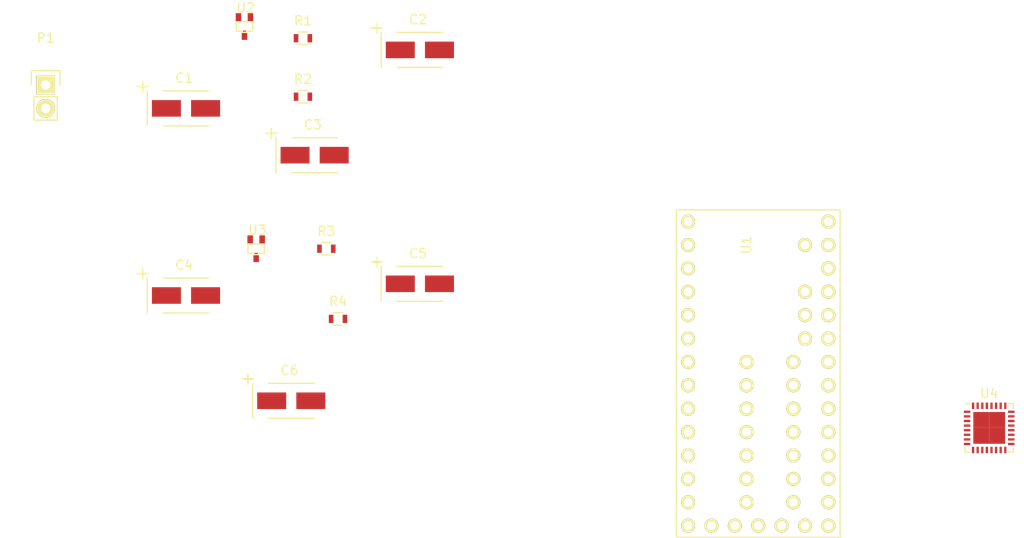
<source format=kicad_pcb>
(kicad_pcb (version 4) (host pcbnew 4.0.1-stable)

  (general
    (links 27)
    (no_connects 27)
    (area 0 0 0 0)
    (thickness 1.6)
    (drawings 0)
    (tracks 0)
    (zones 0)
    (modules 15)
    (nets 8)
  )

  (page A4)
  (layers
    (0 F.Cu signal)
    (31 B.Cu signal)
    (32 B.Adhes user)
    (33 F.Adhes user)
    (34 B.Paste user)
    (35 F.Paste user)
    (36 B.SilkS user)
    (37 F.SilkS user)
    (38 B.Mask user)
    (39 F.Mask user)
    (40 Dwgs.User user)
    (41 Cmts.User user)
    (42 Eco1.User user)
    (43 Eco2.User user)
    (44 Edge.Cuts user)
    (45 Margin user)
    (46 B.CrtYd user)
    (47 F.CrtYd user)
    (48 B.Fab user)
    (49 F.Fab user)
  )

  (setup
    (last_trace_width 0.25)
    (trace_clearance 0.2)
    (zone_clearance 0.508)
    (zone_45_only no)
    (trace_min 0.2)
    (segment_width 0.2)
    (edge_width 0.15)
    (via_size 0.6)
    (via_drill 0.4)
    (via_min_size 0.4)
    (via_min_drill 0.3)
    (uvia_size 0.3)
    (uvia_drill 0.1)
    (uvias_allowed no)
    (uvia_min_size 0.2)
    (uvia_min_drill 0.1)
    (pcb_text_width 0.3)
    (pcb_text_size 1.5 1.5)
    (mod_edge_width 0.15)
    (mod_text_size 1 1)
    (mod_text_width 0.15)
    (pad_size 1.524 1.524)
    (pad_drill 0.762)
    (pad_to_mask_clearance 0.2)
    (aux_axis_origin 0 0)
    (visible_elements 7FFFFFFF)
    (pcbplotparams
      (layerselection 0x00030_80000001)
      (usegerberextensions false)
      (excludeedgelayer true)
      (linewidth 0.100000)
      (plotframeref false)
      (viasonmask false)
      (mode 1)
      (useauxorigin false)
      (hpglpennumber 1)
      (hpglpenspeed 20)
      (hpglpendiameter 15)
      (hpglpenoverlay 2)
      (psnegative false)
      (psa4output false)
      (plotreference true)
      (plotvalue true)
      (plotinvisibletext false)
      (padsonsilk false)
      (subtractmaskfromsilk false)
      (outputformat 1)
      (mirror false)
      (drillshape 1)
      (scaleselection 1)
      (outputdirectory ""))
  )

  (net 0 "")
  (net 1 GND)
  (net 2 "Net-(C1-Pad1)")
  (net 3 "Net-(C2-Pad1)")
  (net 4 "Net-(C3-Pad1)")
  (net 5 "Net-(C5-Pad1)")
  (net 6 "Net-(C6-Pad1)")
  (net 7 "Net-(U1-Pad18)")

  (net_class Default "This is the default net class."
    (clearance 0.2)
    (trace_width 0.25)
    (via_dia 0.6)
    (via_drill 0.4)
    (uvia_dia 0.3)
    (uvia_drill 0.1)
    (add_net GND)
    (add_net "Net-(C1-Pad1)")
    (add_net "Net-(C2-Pad1)")
    (add_net "Net-(C3-Pad1)")
    (add_net "Net-(C5-Pad1)")
    (add_net "Net-(C6-Pad1)")
    (add_net "Net-(U1-Pad18)")
  )

  (module "teensy footprints:Teensy_3.2_Route" (layer F.Cu) (tedit 56862E46) (tstamp 56864271)
    (at 148.5011 105.0036)
    (path /56886ADE/56886AFB)
    (fp_text reference U1 (at -1.27 -13.97 90) (layer F.SilkS)
      (effects (font (size 1 1) (thickness 0.15)))
    )
    (fp_text value Teensy_3.2 (at -3.81 -10.16 90) (layer F.Fab)
      (effects (font (size 1 1) (thickness 0.15)))
    )
    (fp_line (start 8.89 -17.78) (end -8.89 -17.78) (layer F.SilkS) (width 0.15))
    (fp_line (start 8.89 17.78) (end 8.89 -17.78) (layer F.SilkS) (width 0.15))
    (fp_line (start -8.89 17.78) (end 8.89 17.78) (layer F.SilkS) (width 0.15))
    (fp_line (start -8.89 -17.78) (end -8.89 17.78) (layer F.SilkS) (width 0.15))
    (pad 1 thru_hole circle (at -7.62 -11.43) (size 1.524 1.524) (drill 0.9652) (layers *.Cu *.Mask F.SilkS))
    (pad 2 thru_hole circle (at -7.62 -8.89) (size 1.524 1.524) (drill 0.9652) (layers *.Cu *.Mask F.SilkS))
    (pad 3 thru_hole circle (at -7.62 -6.35) (size 1.524 1.524) (drill 0.9652) (layers *.Cu *.Mask F.SilkS))
    (pad 4 thru_hole circle (at -7.62 -3.81) (size 1.524 1.524) (drill 0.9652) (layers *.Cu *.Mask F.SilkS))
    (pad 5 thru_hole circle (at -7.62 -1.27) (size 1.524 1.524) (drill 0.9652) (layers *.Cu *.Mask F.SilkS))
    (pad 6 thru_hole circle (at -7.62 1.27) (size 1.524 1.524) (drill 0.9652) (layers *.Cu *.Mask F.SilkS))
    (pad 7 thru_hole circle (at -7.62 3.81) (size 1.524 1.524) (drill 0.9652) (layers *.Cu *.Mask F.SilkS))
    (pad 8 thru_hole circle (at -7.62 6.35) (size 1.524 1.524) (drill 0.9652) (layers *.Cu *.Mask F.SilkS))
    (pad 9 thru_hole circle (at -7.62 8.89) (size 1.524 1.524) (drill 0.9652) (layers *.Cu *.Mask F.SilkS))
    (pad 10 thru_hole circle (at -7.62 11.43) (size 1.524 1.524) (drill 0.9652) (layers *.Cu *.Mask F.SilkS))
    (pad 11 thru_hole circle (at -7.62 13.97) (size 1.524 1.524) (drill 0.9652) (layers *.Cu *.Mask F.SilkS))
    (pad 12 thru_hole circle (at -7.62 16.51) (size 1.524 1.524) (drill 0.9652) (layers *.Cu *.Mask F.SilkS))
    (pad 0 thru_hole circle (at -7.62 -13.97) (size 1.524 1.524) (drill 0.9652) (layers *.Cu *.Mask F.SilkS))
    (pad 13 thru_hole circle (at 7.62 16.51) (size 1.524 1.524) (drill 0.9652) (layers *.Cu *.Mask F.SilkS))
    (pad 14 thru_hole circle (at 7.62 13.97) (size 1.524 1.524) (drill 0.9652) (layers *.Cu *.Mask F.SilkS))
    (pad 15 thru_hole circle (at 7.62 11.43) (size 1.524 1.524) (drill 0.9652) (layers *.Cu *.Mask F.SilkS))
    (pad 16 thru_hole circle (at 7.62 8.89) (size 1.524 1.524) (drill 0.9652) (layers *.Cu *.Mask F.SilkS))
    (pad 17 thru_hole circle (at 7.62 6.35) (size 1.524 1.524) (drill 0.9652) (layers *.Cu *.Mask F.SilkS))
    (pad 18 thru_hole circle (at 7.62 3.81) (size 1.524 1.524) (drill 0.9652) (layers *.Cu *.Mask F.SilkS)
      (net 7 "Net-(U1-Pad18)"))
    (pad 19 thru_hole circle (at 7.62 1.27) (size 1.524 1.524) (drill 0.9652) (layers *.Cu *.Mask F.SilkS))
    (pad 20 thru_hole circle (at 7.62 -1.27) (size 1.524 1.524) (drill 0.9652) (layers *.Cu *.Mask F.SilkS))
    (pad 21 thru_hole circle (at 7.62 -3.81) (size 1.524 1.524) (drill 0.9652) (layers *.Cu *.Mask F.SilkS))
    (pad 22 thru_hole circle (at 7.62 -6.35) (size 1.524 1.524) (drill 0.9652) (layers *.Cu *.Mask F.SilkS))
    (pad 23 thru_hole circle (at 7.62 -8.89) (size 1.524 1.524) (drill 0.9652) (layers *.Cu *.Mask F.SilkS))
    (pad 24 thru_hole circle (at -1.27 3.81) (size 1.524 1.524) (drill 0.9652) (layers *.Cu *.Mask F.SilkS))
    (pad 25 thru_hole circle (at -1.27 6.35) (size 1.524 1.524) (drill 0.9652) (layers *.Cu *.Mask F.SilkS))
    (pad 26 thru_hole circle (at -1.27 8.89) (size 1.524 1.524) (drill 0.9652) (layers *.Cu *.Mask F.SilkS))
    (pad 27 thru_hole circle (at -1.27 11.43) (size 1.524 1.524) (drill 0.9652) (layers *.Cu *.Mask F.SilkS))
    (pad 28 thru_hole circle (at -1.27 13.97) (size 1.524 1.524) (drill 0.9652) (layers *.Cu *.Mask F.SilkS))
    (pad 29 thru_hole circle (at 3.81 13.97) (size 1.524 1.524) (drill 0.9652) (layers *.Cu *.Mask F.SilkS))
    (pad 30 thru_hole circle (at 3.81 11.43) (size 1.524 1.524) (drill 0.9652) (layers *.Cu *.Mask F.SilkS))
    (pad 31 thru_hole circle (at 3.81 8.89) (size 1.524 1.524) (drill 0.9652) (layers *.Cu *.Mask F.SilkS))
    (pad 32 thru_hole circle (at 3.81 6.35) (size 1.524 1.524) (drill 0.9652) (layers *.Cu *.Mask F.SilkS))
    (pad 33 thru_hole circle (at 3.81 3.81) (size 1.524 1.524) (drill 0.9652) (layers *.Cu *.Mask F.SilkS))
    (pad 34 thru_hole circle (at 7.62 -16.51) (size 1.524 1.524) (drill 0.9652) (layers *.Cu *.Mask F.SilkS)
      (net 3 "Net-(C2-Pad1)"))
    (pad 35 thru_hole circle (at 7.62 -13.97) (size 1.524 1.524) (drill 0.9652) (layers *.Cu *.Mask F.SilkS))
    (pad 36 thru_hole circle (at 7.62 -11.43) (size 1.524 1.524) (drill 0.9652) (layers *.Cu *.Mask F.SilkS))
    (pad 37 thru_hole circle (at 5.08 16.51) (size 1.524 1.524) (drill 0.9652) (layers *.Cu *.Mask F.SilkS))
    (pad 38 thru_hole circle (at 2.54 16.51) (size 1.524 1.524) (drill 0.9652) (layers *.Cu *.Mask F.SilkS))
    (pad 39 thru_hole circle (at 0 16.51) (size 1.524 1.524) (drill 0.9652) (layers *.Cu *.Mask F.SilkS)
      (net 1 GND))
    (pad 40 thru_hole circle (at -2.54 16.51) (size 1.524 1.524) (drill 0.9652) (layers *.Cu *.Mask F.SilkS))
    (pad 41 thru_hole circle (at -5.08 16.51) (size 1.524 1.524) (drill 0.9652) (layers *.Cu *.Mask F.SilkS))
    (pad 42 thru_hole circle (at -7.62 -16.51) (size 1.524 1.524) (drill 0.9652) (layers *.Cu *.Mask F.SilkS)
      (net 1 GND))
    (pad 43 thru_hole circle (at 3.81 1.27) (size 1.524 1.524) (drill 0.9652) (layers *.Cu *.Mask F.SilkS))
    (pad 44 thru_hole circle (at 5.08 -6.35) (size 1.524 1.524) (drill 0.9652) (layers *.Cu *.Mask F.SilkS))
    (pad 45 thru_hole circle (at 5.08 -3.81) (size 1.524 1.524) (drill 0.9652) (layers *.Cu *.Mask F.SilkS))
    (pad 46 thru_hole circle (at -1.27 -1.27) (size 1.524 1.524) (drill 0.9652) (layers *.Cu *.Mask F.SilkS))
    (pad 47 thru_hole circle (at 3.81 -1.27) (size 1.524 1.524) (drill 0.9652) (layers *.Cu *.Mask F.SilkS))
    (pad 48 thru_hole circle (at 5.08 -8.89) (size 1.524 1.524) (drill 0.9652) (layers *.Cu *.Mask F.SilkS))
    (pad 49 thru_hole circle (at 5.08 -13.97) (size 1.524 1.524) (drill 0.9652) (layers *.Cu *.Mask F.SilkS))
    (pad 50 thru_hole circle (at -1.27 1.27) (size 1.524 1.524) (drill 0.9652) (layers *.Cu *.Mask F.SilkS)
      (net 1 GND))
  )

  (module Capacitors_Tantalum_SMD:TantalC_SizeB_EIA-3528_HandSoldering (layer F.Cu) (tedit 0) (tstamp 56864305)
    (at 86.36 76.2)
    (descr "Tantal Cap. , Size B, EIA-3528, Hand Soldering,")
    (tags "Tantal Cap. , Size B, EIA-3528, Hand Soldering,")
    (path /56886ADE/56887B40)
    (attr smd)
    (fp_text reference C1 (at -0.20066 -3.29946) (layer F.SilkS)
      (effects (font (size 1 1) (thickness 0.15)))
    )
    (fp_text value 10u (at -0.09906 3.59918) (layer F.Fab)
      (effects (font (size 1 1) (thickness 0.15)))
    )
    (fp_text user + (at -4.70154 -2.4003) (layer F.SilkS)
      (effects (font (size 1 1) (thickness 0.15)))
    )
    (fp_line (start -4.20116 -1.89992) (end -4.20116 1.89992) (layer F.SilkS) (width 0.15))
    (fp_line (start 2.49936 -1.89992) (end -2.49936 -1.89992) (layer F.SilkS) (width 0.15))
    (fp_line (start 2.49682 1.89992) (end -2.5019 1.89992) (layer F.SilkS) (width 0.15))
    (fp_line (start -4.70408 -2.90322) (end -4.70408 -1.8034) (layer F.SilkS) (width 0.15))
    (fp_line (start -5.30352 -2.40284) (end -4.10464 -2.40284) (layer F.SilkS) (width 0.15))
    (pad 2 smd rect (at 2.12598 0) (size 3.1496 1.80086) (layers F.Cu F.Paste F.Mask)
      (net 1 GND))
    (pad 1 smd rect (at -2.12598 0) (size 3.1496 1.80086) (layers F.Cu F.Paste F.Mask)
      (net 2 "Net-(C1-Pad1)"))
    (model Capacitors_Tantalum_SMD.3dshapes/TantalC_SizeB_EIA-3528_HandSoldering.wrl
      (at (xyz 0 0 0))
      (scale (xyz 1 1 1))
      (rotate (xyz 0 0 180))
    )
  )

  (module Capacitors_Tantalum_SMD:TantalC_SizeB_EIA-3528_HandSoldering (layer F.Cu) (tedit 0) (tstamp 5686430B)
    (at 111.76 69.85)
    (descr "Tantal Cap. , Size B, EIA-3528, Hand Soldering,")
    (tags "Tantal Cap. , Size B, EIA-3528, Hand Soldering,")
    (path /56886ADE/56887A60)
    (attr smd)
    (fp_text reference C2 (at -0.20066 -3.29946) (layer F.SilkS)
      (effects (font (size 1 1) (thickness 0.15)))
    )
    (fp_text value 10u (at -0.09906 3.59918) (layer F.Fab)
      (effects (font (size 1 1) (thickness 0.15)))
    )
    (fp_text user + (at -4.70154 -2.4003) (layer F.SilkS)
      (effects (font (size 1 1) (thickness 0.15)))
    )
    (fp_line (start -4.20116 -1.89992) (end -4.20116 1.89992) (layer F.SilkS) (width 0.15))
    (fp_line (start 2.49936 -1.89992) (end -2.49936 -1.89992) (layer F.SilkS) (width 0.15))
    (fp_line (start 2.49682 1.89992) (end -2.5019 1.89992) (layer F.SilkS) (width 0.15))
    (fp_line (start -4.70408 -2.90322) (end -4.70408 -1.8034) (layer F.SilkS) (width 0.15))
    (fp_line (start -5.30352 -2.40284) (end -4.10464 -2.40284) (layer F.SilkS) (width 0.15))
    (pad 2 smd rect (at 2.12598 0) (size 3.1496 1.80086) (layers F.Cu F.Paste F.Mask)
      (net 1 GND))
    (pad 1 smd rect (at -2.12598 0) (size 3.1496 1.80086) (layers F.Cu F.Paste F.Mask)
      (net 3 "Net-(C2-Pad1)"))
    (model Capacitors_Tantalum_SMD.3dshapes/TantalC_SizeB_EIA-3528_HandSoldering.wrl
      (at (xyz 0 0 0))
      (scale (xyz 1 1 1))
      (rotate (xyz 0 0 180))
    )
  )

  (module Capacitors_Tantalum_SMD:TantalC_SizeB_EIA-3528_HandSoldering (layer F.Cu) (tedit 0) (tstamp 56864311)
    (at 100.33 81.28)
    (descr "Tantal Cap. , Size B, EIA-3528, Hand Soldering,")
    (tags "Tantal Cap. , Size B, EIA-3528, Hand Soldering,")
    (path /56886ADE/56887CBC)
    (attr smd)
    (fp_text reference C3 (at -0.20066 -3.29946) (layer F.SilkS)
      (effects (font (size 1 1) (thickness 0.15)))
    )
    (fp_text value 10u (at -0.09906 3.59918) (layer F.Fab)
      (effects (font (size 1 1) (thickness 0.15)))
    )
    (fp_text user + (at -4.70154 -2.4003) (layer F.SilkS)
      (effects (font (size 1 1) (thickness 0.15)))
    )
    (fp_line (start -4.20116 -1.89992) (end -4.20116 1.89992) (layer F.SilkS) (width 0.15))
    (fp_line (start 2.49936 -1.89992) (end -2.49936 -1.89992) (layer F.SilkS) (width 0.15))
    (fp_line (start 2.49682 1.89992) (end -2.5019 1.89992) (layer F.SilkS) (width 0.15))
    (fp_line (start -4.70408 -2.90322) (end -4.70408 -1.8034) (layer F.SilkS) (width 0.15))
    (fp_line (start -5.30352 -2.40284) (end -4.10464 -2.40284) (layer F.SilkS) (width 0.15))
    (pad 2 smd rect (at 2.12598 0) (size 3.1496 1.80086) (layers F.Cu F.Paste F.Mask)
      (net 1 GND))
    (pad 1 smd rect (at -2.12598 0) (size 3.1496 1.80086) (layers F.Cu F.Paste F.Mask)
      (net 4 "Net-(C3-Pad1)"))
    (model Capacitors_Tantalum_SMD.3dshapes/TantalC_SizeB_EIA-3528_HandSoldering.wrl
      (at (xyz 0 0 0))
      (scale (xyz 1 1 1))
      (rotate (xyz 0 0 180))
    )
  )

  (module Capacitors_Tantalum_SMD:TantalC_SizeB_EIA-3528_HandSoldering (layer F.Cu) (tedit 0) (tstamp 56864317)
    (at 86.36 96.52)
    (descr "Tantal Cap. , Size B, EIA-3528, Hand Soldering,")
    (tags "Tantal Cap. , Size B, EIA-3528, Hand Soldering,")
    (path /56886ADE/56887BDF)
    (attr smd)
    (fp_text reference C4 (at -0.20066 -3.29946) (layer F.SilkS)
      (effects (font (size 1 1) (thickness 0.15)))
    )
    (fp_text value 10u (at -0.09906 3.59918) (layer F.Fab)
      (effects (font (size 1 1) (thickness 0.15)))
    )
    (fp_text user + (at -4.70154 -2.4003) (layer F.SilkS)
      (effects (font (size 1 1) (thickness 0.15)))
    )
    (fp_line (start -4.20116 -1.89992) (end -4.20116 1.89992) (layer F.SilkS) (width 0.15))
    (fp_line (start 2.49936 -1.89992) (end -2.49936 -1.89992) (layer F.SilkS) (width 0.15))
    (fp_line (start 2.49682 1.89992) (end -2.5019 1.89992) (layer F.SilkS) (width 0.15))
    (fp_line (start -4.70408 -2.90322) (end -4.70408 -1.8034) (layer F.SilkS) (width 0.15))
    (fp_line (start -5.30352 -2.40284) (end -4.10464 -2.40284) (layer F.SilkS) (width 0.15))
    (pad 2 smd rect (at 2.12598 0) (size 3.1496 1.80086) (layers F.Cu F.Paste F.Mask)
      (net 1 GND))
    (pad 1 smd rect (at -2.12598 0) (size 3.1496 1.80086) (layers F.Cu F.Paste F.Mask)
      (net 2 "Net-(C1-Pad1)"))
    (model Capacitors_Tantalum_SMD.3dshapes/TantalC_SizeB_EIA-3528_HandSoldering.wrl
      (at (xyz 0 0 0))
      (scale (xyz 1 1 1))
      (rotate (xyz 0 0 180))
    )
  )

  (module Capacitors_Tantalum_SMD:TantalC_SizeB_EIA-3528_HandSoldering (layer F.Cu) (tedit 0) (tstamp 5686431D)
    (at 111.76 95.25)
    (descr "Tantal Cap. , Size B, EIA-3528, Hand Soldering,")
    (tags "Tantal Cap. , Size B, EIA-3528, Hand Soldering,")
    (path /56886ADE/56887ACC)
    (attr smd)
    (fp_text reference C5 (at -0.20066 -3.29946) (layer F.SilkS)
      (effects (font (size 1 1) (thickness 0.15)))
    )
    (fp_text value 10u (at -0.09906 3.59918) (layer F.Fab)
      (effects (font (size 1 1) (thickness 0.15)))
    )
    (fp_text user + (at -4.70154 -2.4003) (layer F.SilkS)
      (effects (font (size 1 1) (thickness 0.15)))
    )
    (fp_line (start -4.20116 -1.89992) (end -4.20116 1.89992) (layer F.SilkS) (width 0.15))
    (fp_line (start 2.49936 -1.89992) (end -2.49936 -1.89992) (layer F.SilkS) (width 0.15))
    (fp_line (start 2.49682 1.89992) (end -2.5019 1.89992) (layer F.SilkS) (width 0.15))
    (fp_line (start -4.70408 -2.90322) (end -4.70408 -1.8034) (layer F.SilkS) (width 0.15))
    (fp_line (start -5.30352 -2.40284) (end -4.10464 -2.40284) (layer F.SilkS) (width 0.15))
    (pad 2 smd rect (at 2.12598 0) (size 3.1496 1.80086) (layers F.Cu F.Paste F.Mask)
      (net 1 GND))
    (pad 1 smd rect (at -2.12598 0) (size 3.1496 1.80086) (layers F.Cu F.Paste F.Mask)
      (net 5 "Net-(C5-Pad1)"))
    (model Capacitors_Tantalum_SMD.3dshapes/TantalC_SizeB_EIA-3528_HandSoldering.wrl
      (at (xyz 0 0 0))
      (scale (xyz 1 1 1))
      (rotate (xyz 0 0 180))
    )
  )

  (module Capacitors_Tantalum_SMD:TantalC_SizeB_EIA-3528_HandSoldering (layer F.Cu) (tedit 0) (tstamp 56864323)
    (at 97.79 107.95)
    (descr "Tantal Cap. , Size B, EIA-3528, Hand Soldering,")
    (tags "Tantal Cap. , Size B, EIA-3528, Hand Soldering,")
    (path /56886ADE/56887C61)
    (attr smd)
    (fp_text reference C6 (at -0.20066 -3.29946) (layer F.SilkS)
      (effects (font (size 1 1) (thickness 0.15)))
    )
    (fp_text value 10u (at -0.09906 3.59918) (layer F.Fab)
      (effects (font (size 1 1) (thickness 0.15)))
    )
    (fp_text user + (at -4.70154 -2.4003) (layer F.SilkS)
      (effects (font (size 1 1) (thickness 0.15)))
    )
    (fp_line (start -4.20116 -1.89992) (end -4.20116 1.89992) (layer F.SilkS) (width 0.15))
    (fp_line (start 2.49936 -1.89992) (end -2.49936 -1.89992) (layer F.SilkS) (width 0.15))
    (fp_line (start 2.49682 1.89992) (end -2.5019 1.89992) (layer F.SilkS) (width 0.15))
    (fp_line (start -4.70408 -2.90322) (end -4.70408 -1.8034) (layer F.SilkS) (width 0.15))
    (fp_line (start -5.30352 -2.40284) (end -4.10464 -2.40284) (layer F.SilkS) (width 0.15))
    (pad 2 smd rect (at 2.12598 0) (size 3.1496 1.80086) (layers F.Cu F.Paste F.Mask)
      (net 1 GND))
    (pad 1 smd rect (at -2.12598 0) (size 3.1496 1.80086) (layers F.Cu F.Paste F.Mask)
      (net 6 "Net-(C6-Pad1)"))
    (model Capacitors_Tantalum_SMD.3dshapes/TantalC_SizeB_EIA-3528_HandSoldering.wrl
      (at (xyz 0 0 0))
      (scale (xyz 1 1 1))
      (rotate (xyz 0 0 180))
    )
  )

  (module Pin_Headers:Pin_Header_Straight_1x02 (layer F.Cu) (tedit 54EA090C) (tstamp 56864329)
    (at 71.12 73.66)
    (descr "Through hole pin header")
    (tags "pin header")
    (path /56886ADE/56886EEF)
    (fp_text reference P1 (at 0 -5.1) (layer F.SilkS)
      (effects (font (size 1 1) (thickness 0.15)))
    )
    (fp_text value CONN_01X02 (at 0 -3.1) (layer F.Fab)
      (effects (font (size 1 1) (thickness 0.15)))
    )
    (fp_line (start 1.27 1.27) (end 1.27 3.81) (layer F.SilkS) (width 0.15))
    (fp_line (start 1.55 -1.55) (end 1.55 0) (layer F.SilkS) (width 0.15))
    (fp_line (start -1.75 -1.75) (end -1.75 4.3) (layer F.CrtYd) (width 0.05))
    (fp_line (start 1.75 -1.75) (end 1.75 4.3) (layer F.CrtYd) (width 0.05))
    (fp_line (start -1.75 -1.75) (end 1.75 -1.75) (layer F.CrtYd) (width 0.05))
    (fp_line (start -1.75 4.3) (end 1.75 4.3) (layer F.CrtYd) (width 0.05))
    (fp_line (start 1.27 1.27) (end -1.27 1.27) (layer F.SilkS) (width 0.15))
    (fp_line (start -1.55 0) (end -1.55 -1.55) (layer F.SilkS) (width 0.15))
    (fp_line (start -1.55 -1.55) (end 1.55 -1.55) (layer F.SilkS) (width 0.15))
    (fp_line (start -1.27 1.27) (end -1.27 3.81) (layer F.SilkS) (width 0.15))
    (fp_line (start -1.27 3.81) (end 1.27 3.81) (layer F.SilkS) (width 0.15))
    (pad 1 thru_hole rect (at 0 0) (size 2.032 2.032) (drill 1.016) (layers *.Cu *.Mask F.SilkS)
      (net 2 "Net-(C1-Pad1)"))
    (pad 2 thru_hole oval (at 0 2.54) (size 2.032 2.032) (drill 1.016) (layers *.Cu *.Mask F.SilkS)
      (net 1 GND))
    (model Pin_Headers.3dshapes/Pin_Header_Straight_1x02.wrl
      (at (xyz 0 -0.05 0))
      (scale (xyz 1 1 1))
      (rotate (xyz 0 0 90))
    )
  )

  (module Resistors_SMD:R_0603 (layer F.Cu) (tedit 5415CC62) (tstamp 5686432F)
    (at 99.06 68.58)
    (descr "Resistor SMD 0603, reflow soldering, Vishay (see dcrcw.pdf)")
    (tags "resistor 0603")
    (path /56886ADE/568871A2)
    (attr smd)
    (fp_text reference R1 (at 0 -1.9) (layer F.SilkS)
      (effects (font (size 1 1) (thickness 0.15)))
    )
    (fp_text value 11.3K (at 0 1.9) (layer F.Fab)
      (effects (font (size 1 1) (thickness 0.15)))
    )
    (fp_line (start -1.3 -0.8) (end 1.3 -0.8) (layer F.CrtYd) (width 0.05))
    (fp_line (start -1.3 0.8) (end 1.3 0.8) (layer F.CrtYd) (width 0.05))
    (fp_line (start -1.3 -0.8) (end -1.3 0.8) (layer F.CrtYd) (width 0.05))
    (fp_line (start 1.3 -0.8) (end 1.3 0.8) (layer F.CrtYd) (width 0.05))
    (fp_line (start 0.5 0.675) (end -0.5 0.675) (layer F.SilkS) (width 0.15))
    (fp_line (start -0.5 -0.675) (end 0.5 -0.675) (layer F.SilkS) (width 0.15))
    (pad 1 smd rect (at -0.75 0) (size 0.5 0.9) (layers F.Cu F.Paste F.Mask)
      (net 3 "Net-(C2-Pad1)"))
    (pad 2 smd rect (at 0.75 0) (size 0.5 0.9) (layers F.Cu F.Paste F.Mask)
      (net 4 "Net-(C3-Pad1)"))
    (model Resistors_SMD.3dshapes/R_0603.wrl
      (at (xyz 0 0 0))
      (scale (xyz 1 1 1))
      (rotate (xyz 0 0 0))
    )
  )

  (module Resistors_SMD:R_0603 (layer F.Cu) (tedit 5415CC62) (tstamp 56864335)
    (at 99.06 74.93)
    (descr "Resistor SMD 0603, reflow soldering, Vishay (see dcrcw.pdf)")
    (tags "resistor 0603")
    (path /56886ADE/568870D8)
    (attr smd)
    (fp_text reference R2 (at 0 -1.9) (layer F.SilkS)
      (effects (font (size 1 1) (thickness 0.15)))
    )
    (fp_text value 34K (at 0 1.9) (layer F.Fab)
      (effects (font (size 1 1) (thickness 0.15)))
    )
    (fp_line (start -1.3 -0.8) (end 1.3 -0.8) (layer F.CrtYd) (width 0.05))
    (fp_line (start -1.3 0.8) (end 1.3 0.8) (layer F.CrtYd) (width 0.05))
    (fp_line (start -1.3 -0.8) (end -1.3 0.8) (layer F.CrtYd) (width 0.05))
    (fp_line (start 1.3 -0.8) (end 1.3 0.8) (layer F.CrtYd) (width 0.05))
    (fp_line (start 0.5 0.675) (end -0.5 0.675) (layer F.SilkS) (width 0.15))
    (fp_line (start -0.5 -0.675) (end 0.5 -0.675) (layer F.SilkS) (width 0.15))
    (pad 1 smd rect (at -0.75 0) (size 0.5 0.9) (layers F.Cu F.Paste F.Mask)
      (net 4 "Net-(C3-Pad1)"))
    (pad 2 smd rect (at 0.75 0) (size 0.5 0.9) (layers F.Cu F.Paste F.Mask)
      (net 1 GND))
    (model Resistors_SMD.3dshapes/R_0603.wrl
      (at (xyz 0 0 0))
      (scale (xyz 1 1 1))
      (rotate (xyz 0 0 0))
    )
  )

  (module Resistors_SMD:R_0603 (layer F.Cu) (tedit 5415CC62) (tstamp 5686433B)
    (at 101.6 91.44)
    (descr "Resistor SMD 0603, reflow soldering, Vishay (see dcrcw.pdf)")
    (tags "resistor 0603")
    (path /56886ADE/568871E0)
    (attr smd)
    (fp_text reference R3 (at 0 -1.9) (layer F.SilkS)
      (effects (font (size 1 1) (thickness 0.15)))
    )
    (fp_text value 11.5K (at 0 1.9) (layer F.Fab)
      (effects (font (size 1 1) (thickness 0.15)))
    )
    (fp_line (start -1.3 -0.8) (end 1.3 -0.8) (layer F.CrtYd) (width 0.05))
    (fp_line (start -1.3 0.8) (end 1.3 0.8) (layer F.CrtYd) (width 0.05))
    (fp_line (start -1.3 -0.8) (end -1.3 0.8) (layer F.CrtYd) (width 0.05))
    (fp_line (start 1.3 -0.8) (end 1.3 0.8) (layer F.CrtYd) (width 0.05))
    (fp_line (start 0.5 0.675) (end -0.5 0.675) (layer F.SilkS) (width 0.15))
    (fp_line (start -0.5 -0.675) (end 0.5 -0.675) (layer F.SilkS) (width 0.15))
    (pad 1 smd rect (at -0.75 0) (size 0.5 0.9) (layers F.Cu F.Paste F.Mask)
      (net 5 "Net-(C5-Pad1)"))
    (pad 2 smd rect (at 0.75 0) (size 0.5 0.9) (layers F.Cu F.Paste F.Mask)
      (net 6 "Net-(C6-Pad1)"))
    (model Resistors_SMD.3dshapes/R_0603.wrl
      (at (xyz 0 0 0))
      (scale (xyz 1 1 1))
      (rotate (xyz 0 0 0))
    )
  )

  (module Resistors_SMD:R_0603 (layer F.Cu) (tedit 5415CC62) (tstamp 56864341)
    (at 102.87 99.06)
    (descr "Resistor SMD 0603, reflow soldering, Vishay (see dcrcw.pdf)")
    (tags "resistor 0603")
    (path /56886ADE/56887253)
    (attr smd)
    (fp_text reference R4 (at 0 -1.9) (layer F.SilkS)
      (effects (font (size 1 1) (thickness 0.15)))
    )
    (fp_text value 18.7K (at 0 1.9) (layer F.Fab)
      (effects (font (size 1 1) (thickness 0.15)))
    )
    (fp_line (start -1.3 -0.8) (end 1.3 -0.8) (layer F.CrtYd) (width 0.05))
    (fp_line (start -1.3 0.8) (end 1.3 0.8) (layer F.CrtYd) (width 0.05))
    (fp_line (start -1.3 -0.8) (end -1.3 0.8) (layer F.CrtYd) (width 0.05))
    (fp_line (start 1.3 -0.8) (end 1.3 0.8) (layer F.CrtYd) (width 0.05))
    (fp_line (start 0.5 0.675) (end -0.5 0.675) (layer F.SilkS) (width 0.15))
    (fp_line (start -0.5 -0.675) (end 0.5 -0.675) (layer F.SilkS) (width 0.15))
    (pad 1 smd rect (at -0.75 0) (size 0.5 0.9) (layers F.Cu F.Paste F.Mask)
      (net 6 "Net-(C6-Pad1)"))
    (pad 2 smd rect (at 0.75 0) (size 0.5 0.9) (layers F.Cu F.Paste F.Mask)
      (net 1 GND))
    (model Resistors_SMD.3dshapes/R_0603.wrl
      (at (xyz 0 0 0))
      (scale (xyz 1 1 1))
      (rotate (xyz 0 0 0))
    )
  )

  (module TO_SOT_Packages_SMD:SOT-323 (layer F.Cu) (tedit 0) (tstamp 56864348)
    (at 92.71 67.31)
    (tags "SMD SOT")
    (path /56886ADE/56886CAC)
    (attr smd)
    (fp_text reference U2 (at 0.127 -2.032) (layer F.SilkS)
      (effects (font (size 1 1) (thickness 0.15)))
    )
    (fp_text value AP1117 (at 0 0) (layer F.Fab)
      (effects (font (size 1 1) (thickness 0.15)))
    )
    (fp_line (start 0.254 0.508) (end 0.889 0.508) (layer F.SilkS) (width 0.15))
    (fp_line (start 0.889 0.508) (end 0.889 -0.508) (layer F.SilkS) (width 0.15))
    (fp_line (start -0.889 -0.508) (end -0.889 0.508) (layer F.SilkS) (width 0.15))
    (fp_line (start -0.889 0.508) (end -0.254 0.508) (layer F.SilkS) (width 0.15))
    (fp_line (start 0.254 0.635) (end 0.254 0.508) (layer F.SilkS) (width 0.15))
    (fp_line (start -0.254 0.508) (end -0.254 0.635) (layer F.SilkS) (width 0.15))
    (fp_line (start 0.889 -0.508) (end -0.889 -0.508) (layer F.SilkS) (width 0.15))
    (fp_line (start -0.254 0.635) (end 0.254 0.635) (layer F.SilkS) (width 0.15))
    (pad 2 smd rect (at -0.65024 -0.94996) (size 0.59944 1.00076) (layers F.Cu F.Paste F.Mask)
      (net 3 "Net-(C2-Pad1)"))
    (pad 1 smd rect (at 0.65024 -0.94996) (size 0.59944 1.00076) (layers F.Cu F.Paste F.Mask)
      (net 4 "Net-(C3-Pad1)"))
    (pad 3 smd rect (at 0 0.94996) (size 0.59944 1.00076) (layers F.Cu F.Paste F.Mask)
      (net 2 "Net-(C1-Pad1)"))
    (model TO_SOT_Packages_SMD.3dshapes/SOT-323.wrl
      (at (xyz 0 0 0.001))
      (scale (xyz 0.3937 0.3937 0.3937))
      (rotate (xyz 0 0 0))
    )
  )

  (module TO_SOT_Packages_SMD:SOT-323 (layer F.Cu) (tedit 0) (tstamp 5686434F)
    (at 93.98 91.44)
    (tags "SMD SOT")
    (path /56886ADE/56886D97)
    (attr smd)
    (fp_text reference U3 (at 0.127 -2.032) (layer F.SilkS)
      (effects (font (size 1 1) (thickness 0.15)))
    )
    (fp_text value AP1117 (at 0 0) (layer F.Fab)
      (effects (font (size 1 1) (thickness 0.15)))
    )
    (fp_line (start 0.254 0.508) (end 0.889 0.508) (layer F.SilkS) (width 0.15))
    (fp_line (start 0.889 0.508) (end 0.889 -0.508) (layer F.SilkS) (width 0.15))
    (fp_line (start -0.889 -0.508) (end -0.889 0.508) (layer F.SilkS) (width 0.15))
    (fp_line (start -0.889 0.508) (end -0.254 0.508) (layer F.SilkS) (width 0.15))
    (fp_line (start 0.254 0.635) (end 0.254 0.508) (layer F.SilkS) (width 0.15))
    (fp_line (start -0.254 0.508) (end -0.254 0.635) (layer F.SilkS) (width 0.15))
    (fp_line (start 0.889 -0.508) (end -0.889 -0.508) (layer F.SilkS) (width 0.15))
    (fp_line (start -0.254 0.635) (end 0.254 0.635) (layer F.SilkS) (width 0.15))
    (pad 2 smd rect (at -0.65024 -0.94996) (size 0.59944 1.00076) (layers F.Cu F.Paste F.Mask)
      (net 5 "Net-(C5-Pad1)"))
    (pad 1 smd rect (at 0.65024 -0.94996) (size 0.59944 1.00076) (layers F.Cu F.Paste F.Mask)
      (net 6 "Net-(C6-Pad1)"))
    (pad 3 smd rect (at 0 0.94996) (size 0.59944 1.00076) (layers F.Cu F.Paste F.Mask)
      (net 2 "Net-(C1-Pad1)"))
    (model TO_SOT_Packages_SMD.3dshapes/SOT-323.wrl
      (at (xyz 0 0 0.001))
      (scale (xyz 0.3937 0.3937 0.3937))
      (rotate (xyz 0 0 0))
    )
  )

  (module Codecs:QFN-32-NXP-SGTL5000 (layer F.Cu) (tedit 5686491F) (tstamp 56865116)
    (at 173.5825 110.8975)
    (descr "UH Package; 32-Lead Plastic QFN (5mm x 5mm); (see Linear Technology QFN_32_05-08-1693.pdf)")
    (tags "QFN 0.5")
    (path /56886AEC/568659C5)
    (attr smd)
    (fp_text reference U4 (at 0 -3.75) (layer F.SilkS)
      (effects (font (size 1 1) (thickness 0.15)))
    )
    (fp_text value SGTL5000 (at 0 3.75) (layer F.Fab)
      (effects (font (size 1 1) (thickness 0.15)))
    )
    (fp_line (start -3 -3) (end -3 3) (layer F.CrtYd) (width 0.05))
    (fp_line (start 3 -3) (end 3 3) (layer F.CrtYd) (width 0.05))
    (fp_line (start -3 -3) (end 3 -3) (layer F.CrtYd) (width 0.05))
    (fp_line (start -3 3) (end 3 3) (layer F.CrtYd) (width 0.05))
    (fp_line (start 2.625 -2.625) (end 2.625 -2.1) (layer F.SilkS) (width 0.15))
    (fp_line (start -2.625 2.625) (end -2.625 2.1) (layer F.SilkS) (width 0.15))
    (fp_line (start 2.625 2.625) (end 2.625 2.1) (layer F.SilkS) (width 0.15))
    (fp_line (start -2.625 -2.625) (end -2.1 -2.625) (layer F.SilkS) (width 0.15))
    (fp_line (start -2.625 2.625) (end -2.1 2.625) (layer F.SilkS) (width 0.15))
    (fp_line (start 2.625 2.625) (end 2.1 2.625) (layer F.SilkS) (width 0.15))
    (fp_line (start 2.625 -2.625) (end 2.1 -2.625) (layer F.SilkS) (width 0.15))
    (pad 1 smd rect (at -2.4 -1.75) (size 0.7 0.25) (layers F.Cu F.Paste F.Mask))
    (pad 2 smd rect (at -2.4 -1.25) (size 0.7 0.25) (layers F.Cu F.Paste F.Mask))
    (pad 3 smd rect (at -2.4 -0.75) (size 0.7 0.25) (layers F.Cu F.Paste F.Mask))
    (pad 4 smd rect (at -2.4 -0.25) (size 0.7 0.25) (layers F.Cu F.Paste F.Mask))
    (pad 5 smd rect (at -2.4 0.25) (size 0.7 0.25) (layers F.Cu F.Paste F.Mask))
    (pad 6 smd rect (at -2.4 0.75) (size 0.7 0.25) (layers F.Cu F.Paste F.Mask))
    (pad 7 smd rect (at -2.4 1.25) (size 0.7 0.25) (layers F.Cu F.Paste F.Mask))
    (pad 8 smd rect (at -2.4 1.75) (size 0.7 0.25) (layers F.Cu F.Paste F.Mask))
    (pad 9 smd rect (at -1.75 2.4 90) (size 0.7 0.25) (layers F.Cu F.Paste F.Mask))
    (pad 10 smd rect (at -1.25 2.4 90) (size 0.7 0.25) (layers F.Cu F.Paste F.Mask))
    (pad 11 smd rect (at -0.75 2.4 90) (size 0.7 0.25) (layers F.Cu F.Paste F.Mask))
    (pad 12 smd rect (at -0.25 2.4 90) (size 0.7 0.25) (layers F.Cu F.Paste F.Mask))
    (pad 13 smd rect (at 0.25 2.4 90) (size 0.7 0.25) (layers F.Cu F.Paste F.Mask))
    (pad 14 smd rect (at 0.75 2.4 90) (size 0.7 0.25) (layers F.Cu F.Paste F.Mask))
    (pad 15 smd rect (at 1.25 2.4 90) (size 0.7 0.25) (layers F.Cu F.Paste F.Mask))
    (pad 16 smd rect (at 1.75 2.4 90) (size 0.7 0.25) (layers F.Cu F.Paste F.Mask))
    (pad 17 smd rect (at 2.4 1.75) (size 0.7 0.25) (layers F.Cu F.Paste F.Mask))
    (pad 18 smd rect (at 2.4 1.25) (size 0.7 0.25) (layers F.Cu F.Paste F.Mask))
    (pad 19 smd rect (at 2.4 0.75) (size 0.7 0.25) (layers F.Cu F.Paste F.Mask))
    (pad 20 smd rect (at 2.4 0.25) (size 0.7 0.25) (layers F.Cu F.Paste F.Mask))
    (pad 21 smd rect (at 2.4 -0.25) (size 0.7 0.25) (layers F.Cu F.Paste F.Mask))
    (pad 22 smd rect (at 2.4 -0.75) (size 0.7 0.25) (layers F.Cu F.Paste F.Mask))
    (pad 23 smd rect (at 2.4 -1.25) (size 0.7 0.25) (layers F.Cu F.Paste F.Mask))
    (pad 24 smd rect (at 2.4 -1.75) (size 0.7 0.25) (layers F.Cu F.Paste F.Mask))
    (pad 25 smd rect (at 1.75 -2.4 90) (size 0.7 0.25) (layers F.Cu F.Paste F.Mask))
    (pad 26 smd rect (at 1.25 -2.4 90) (size 0.7 0.25) (layers F.Cu F.Paste F.Mask))
    (pad 27 smd rect (at 0.75 -2.4 90) (size 0.7 0.25) (layers F.Cu F.Paste F.Mask)
      (net 7 "Net-(U1-Pad18)"))
    (pad 28 smd rect (at 0.25 -2.4 90) (size 0.7 0.25) (layers F.Cu F.Paste F.Mask))
    (pad 29 smd rect (at -0.25 -2.4 90) (size 0.7 0.25) (layers F.Cu F.Paste F.Mask))
    (pad 30 smd rect (at -0.75 -2.4 90) (size 0.7 0.25) (layers F.Cu F.Paste F.Mask))
    (pad 31 smd rect (at -1.25 -2.4 90) (size 0.7 0.25) (layers F.Cu F.Paste F.Mask))
    (pad 32 smd rect (at -1.75 -2.4 90) (size 0.7 0.25) (layers F.Cu F.Paste F.Mask))
    (pad 33 smd rect (at 0.8625 0.8625) (size 1.725 1.725) (layers F.Cu F.Paste F.Mask)
      (solder_paste_margin_ratio -0.2))
    (pad 33 smd rect (at 0.8625 -0.8625) (size 1.725 1.725) (layers F.Cu F.Paste F.Mask)
      (solder_paste_margin_ratio -0.2))
    (pad 33 smd rect (at -0.8625 0.8625) (size 1.725 1.725) (layers F.Cu F.Paste F.Mask)
      (solder_paste_margin_ratio -0.2))
    (pad 33 smd rect (at -0.8625 -0.8625) (size 1.725 1.725) (layers F.Cu F.Paste F.Mask)
      (solder_paste_margin_ratio -0.2))
    (model Housings_DFN_QFN.3dshapes/QFN-32-1EP_5x5mm_Pitch0.5mm.wrl
      (at (xyz 0 0 0))
      (scale (xyz 1 1 1))
      (rotate (xyz 0 0 0))
    )
  )

)

</source>
